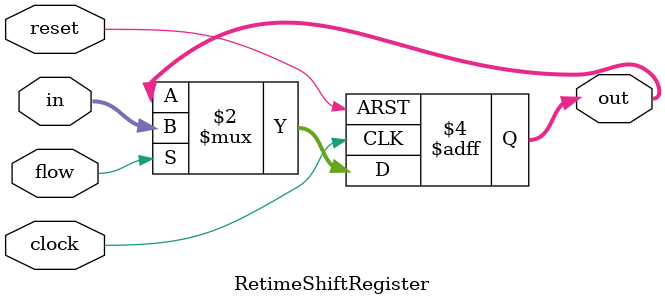
<source format=v>
module RetimeWrapper_580(
  input         clock,
  input         reset,
  input  [39:0] io_in,
  output [39:0] io_out
);
  wire [39:0] sr_out;
  wire [39:0] sr_in;
  wire  sr_flow;
  wire  sr_reset;
  wire  sr_clock;
  
  RetimeShiftRegister #(.WIDTH(40), .STAGES(1)) sr (
    .out(sr_out),
    .in(sr_in),
    .flow(sr_flow),
    .reset(sr_reset),
    .clock(sr_clock)
  );

  assign io_out = sr_out;
  assign sr_in = io_in;
  assign sr_flow = 1'b1;
  assign sr_reset = reset;
  assign sr_clock = clock;
endmodule

module RetimeShiftRegister #(
  parameter WIDTH = 8,
  parameter STAGES = 1
)(
  output reg [WIDTH-1:0] out,
  input [WIDTH-1:0] in,
  input flow,
  input reset,
  input clock
);
  
  always @ (posedge clock or posedge reset) begin
    if (reset) begin
      out <= 0;
    end else if (flow) begin
      out <= in;
    end
  end
endmodule
</source>
